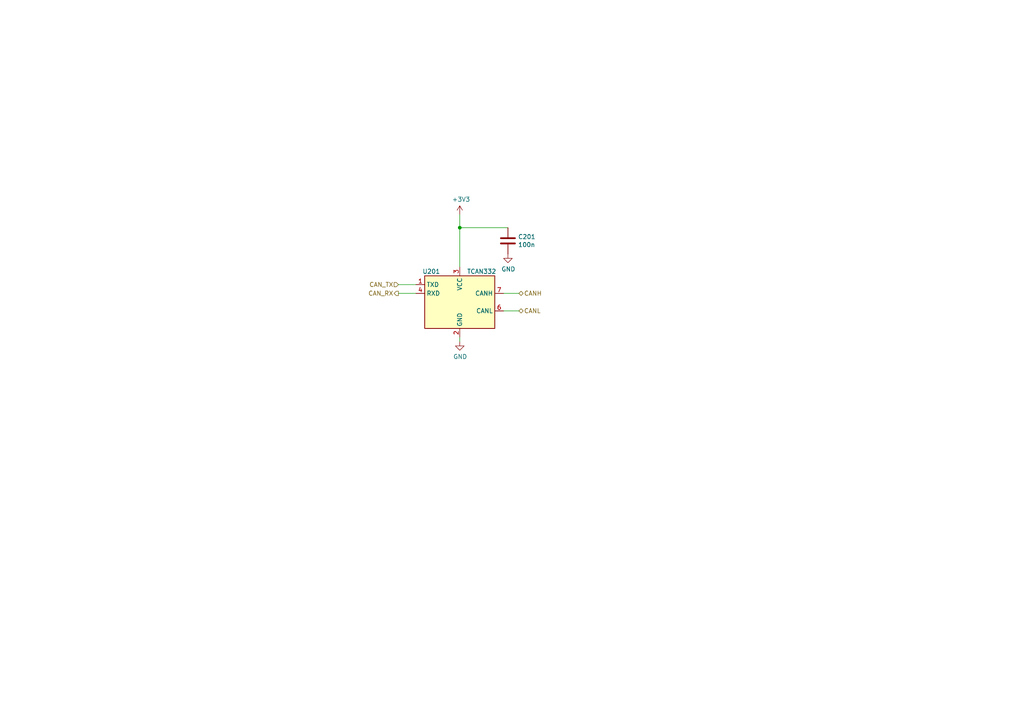
<source format=kicad_sch>
(kicad_sch (version 20230121) (generator eeschema)
  (paper "A4")
  (title_block (title "Micro-Motor V2.2") (date "2021-07-31") (rev "1") (company "Roboterclub Aachen e.V.") (comment 1 "Raphael Lehmann"))
  (lib_symbols
    (symbol "Device:C" (pin_numbers hide) (pin_names (offset 0.254))
      (property "Reference" "C" (at 0.635 2.54 0))
      (property "Value" "C" (at 0.635 -2.54 0))
      (symbol "C_0_1"
        (polyline (pts (xy -2.032 -0.762) (xy 2.032 -0.762)) (stroke (width 0.508)))
        (polyline (pts (xy -2.032 0.762) (xy 2.032 0.762)) (stroke (width 0.508)))
      )
      (symbol "C_1_1"
        (pin passive line (at 0 3.81 270) (length 2.794) (name "~") (number "1"))
        (pin passive line (at 0 -3.81 90) (length 2.794) (name "~") (number "2"))
      )
    )
    (symbol "Interface_CAN_LIN:TCAN332"
      (property "Reference" "U" (at -10.16 8.89 0))
      (property "Value" "TCAN332" (at 2.54 8.89 0))
      (symbol "TCAN332_0_1"
        (rectangle (start -10.16 7.62) (end 10.16 -7.62) (stroke (width 0.254)) (fill (type background)))
      )
      (symbol "TCAN332_1_1"
        (pin input line (at -12.7 5.08 0) (length 2.54) (name "TXD") (number "1"))
        (pin power_in line (at 0 -10.16 90) (length 2.54) (name "GND") (number "2"))
        (pin power_in line (at 0 10.16 270) (length 2.54) (name "VCC") (number "3"))
        (pin tri_state line (at -12.7 2.54 0) (length 2.54) (name "RXD") (number "4"))
        (pin no_connect line (at -10.16 -2.54 0) (length 2.54) hide (name "NC") (number "5"))
        (pin bidirectional line (at 12.7 -2.54 180) (length 2.54) (name "CANL") (number "6"))
        (pin bidirectional line (at 12.7 2.54 180) (length 2.54) (name "CANH") (number "7"))
        (pin no_connect line (at -10.16 -5.08 0) (length 2.54) hide (name "NC") (number "8"))
      )
    )
    (symbol "power:+3V3" (power) (pin_names (offset 0))
      (property "Value" "+3V3" (at 0 3.556 0))
      (symbol "+3V3_0_1"
        (polyline (pts (xy -0.762 1.27) (xy 0 2.54)))
        (polyline (pts (xy 0 0) (xy 0 2.54)))
        (polyline (pts (xy 0 2.54) (xy 0.762 1.27)))
      )
      (symbol "+3V3_1_1"
        (pin power_in line (at 0 0 90) (length 0) hide (name "+3V3") (number "1"))
      )
    )
    (symbol "power:GND" (power) (pin_names (offset 0))
      (property "Value" "GND" (at 0 -3.81 0))
      (symbol "GND_0_1"
        (polyline (pts (xy 0 0) (xy 0 -1.27) (xy 1.27 -1.27) (xy 0 -2.54) (xy -1.27 -1.27) (xy 0 -1.27)))
      )
      (symbol "GND_1_1"
        (pin power_in line (at 0 0 270) (length 0) hide (name "GND") (number "1"))
      )
    )
  )
  (junction (at 133.35 66.04))
  (wire (pts (xy 146.05 90.17) (xy 150.495 90.17)))
  (wire (pts (xy 146.05 85.09) (xy 150.495 85.09)))
  (wire (pts (xy 133.35 66.04) (xy 133.35 62.23)))
  (wire (pts (xy 133.35 77.47) (xy 133.35 66.04)))
  (wire (pts (xy 120.65 85.09) (xy 115.57 85.09)))
  (wire (pts (xy 133.35 97.79) (xy 133.35 99.06)))
  (wire (pts (xy 115.57 82.55) (xy 120.65 82.55)))
  (wire (pts (xy 133.35 66.04) (xy 147.32 66.04)))
  (hierarchical_label "CANH" (shape bidirectional) (at 150.495 85.09 0))
  (hierarchical_label "CANL" (shape bidirectional) (at 150.495 90.17 0))
  (hierarchical_label "CAN_RX" (shape output) (at 115.57 85.09 180))
  (hierarchical_label "CAN_TX" (shape input) (at 115.57 82.55 180))
  (symbol (lib_id "Interface_CAN_LIN:TCAN332") (at 133.35 87.63 0) (unit 1)
    (property "Reference" "U201" (at 125.095 78.74 0))
    (property "Value" "TCAN332" (at 139.7 78.74 0))
    (property "Footprint" "Package_TO_SOT_SMD:SOT-23-8" (effects hide))
    (property "Datasheet" "http://www.ti.com/lit/ds/symlink/tcan337.pdf" (effects hide))
  )
  (symbol (lib_id "power:GND") (at 133.35 99.06 0) (unit 1)
    (property "Reference" "#PWR0202" (effects hide))
    (property "Value" "GND" (at 133.477 103.4542 0))
  )
  (symbol (lib_id "power:+3V3") (at 133.35 62.23 0) (unit 1)
    (property "Reference" "#PWR0201" (effects hide))
    (property "Value" "+3V3" (at 133.731 57.8358 0))
  )
  (symbol (lib_id "Device:C") (at 147.32 69.85 0) (unit 1)
    (property "Reference" "C201" (at 150.241 68.6816 0) (effects (justify left)))
    (property "Value" "100n" (at 150.241 70.993 0) (effects (justify left)))
    (property "Footprint" "Capacitor_SMD:C_0402_1005Metric" (effects hide))
  )
  (symbol (lib_id "power:GND") (at 147.32 73.66 0) (unit 1)
    (property "Reference" "#PWR0203" (effects hide))
    (property "Value" "GND" (at 147.447 78.0542 0))
  )
)
</source>
